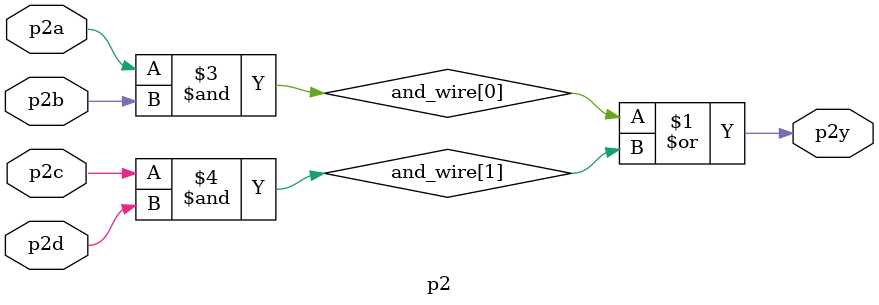
<source format=v>

/*
    URL: https://hdlbits.01xz.net/wiki/7458
*/

module top_module
( 
    input p1a, p1b, p1c, p1d, p1e, p1f,
    output p1y,
    input p2a, p2b, p2c, p2d,
    output p2y
);
	
    p1 p11(p1a, p1b, p1c, p1d, p1e, p1f, p1y);
    
    p2 p22(p2a, p2b, p2c, p2d, p2y);
    
endmodule

module p1
(
    input p1a, p1b, p1c, p1d, p1e, p1f,
    output p1y
);
    
    wire and_wire[1:0];
    
    assign and_wire[0] = p1a & p1b & p1c;
    assign and_wire[1] = p1d & p1e & p1f;
    
    assign p1y = and_wire[0] | and_wire[1];
    
endmodule


module p2
(
    input p2a, p2b, p2c, p2d,
    output p2y
);
    
    wire and_wire[1:0];
    
    assign and_wire[0] = p2a & p2b;
    assign and_wire[1] = p2c & p2d;
    
    assign p2y = and_wire[0] | and_wire[1];
    
endmodule

</source>
